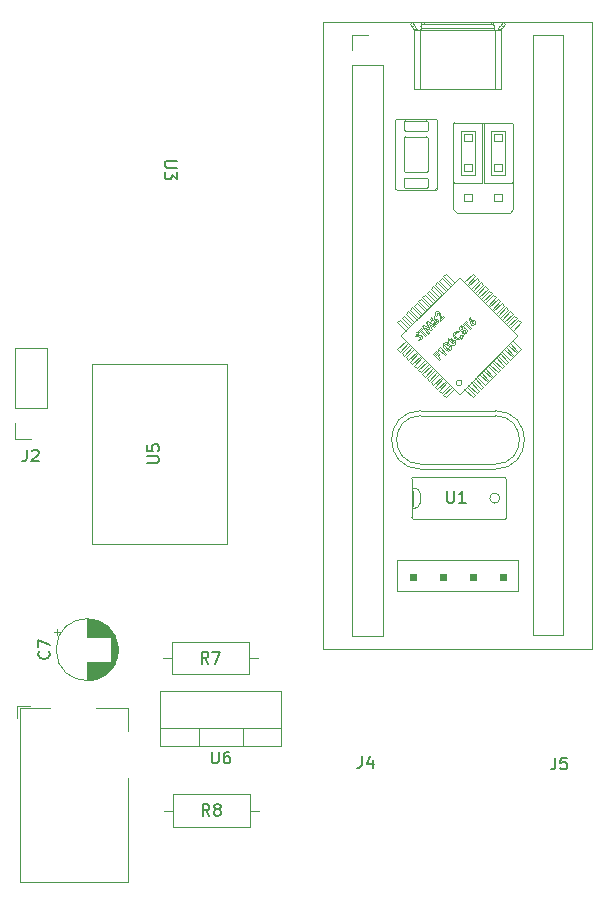
<source format=gbr>
G04 #@! TF.GenerationSoftware,KiCad,Pcbnew,(6.0.4)*
G04 #@! TF.CreationDate,2023-10-14T22:59:34+07:00*
G04 #@! TF.ProjectId,09-Prototype-Final-BugFixing,30392d50-726f-4746-9f74-7970652d4669,rev?*
G04 #@! TF.SameCoordinates,Original*
G04 #@! TF.FileFunction,Legend,Top*
G04 #@! TF.FilePolarity,Positive*
%FSLAX46Y46*%
G04 Gerber Fmt 4.6, Leading zero omitted, Abs format (unit mm)*
G04 Created by KiCad (PCBNEW (6.0.4)) date 2023-10-14 22:59:34*
%MOMM*%
%LPD*%
G01*
G04 APERTURE LIST*
%ADD10C,0.150000*%
%ADD11C,0.120000*%
%ADD12C,0.100000*%
G04 APERTURE END LIST*
D10*
G04 #@! TO.C,J5*
X196516666Y-102957380D02*
X196516666Y-103671666D01*
X196469047Y-103814523D01*
X196373809Y-103909761D01*
X196230952Y-103957380D01*
X196135714Y-103957380D01*
X197469047Y-102957380D02*
X196992857Y-102957380D01*
X196945238Y-103433571D01*
X196992857Y-103385952D01*
X197088095Y-103338333D01*
X197326190Y-103338333D01*
X197421428Y-103385952D01*
X197469047Y-103433571D01*
X197516666Y-103528809D01*
X197516666Y-103766904D01*
X197469047Y-103862142D01*
X197421428Y-103909761D01*
X197326190Y-103957380D01*
X197088095Y-103957380D01*
X196992857Y-103909761D01*
X196945238Y-103862142D01*
G04 #@! TO.C,R7*
X167143333Y-94992380D02*
X166810000Y-94516190D01*
X166571904Y-94992380D02*
X166571904Y-93992380D01*
X166952857Y-93992380D01*
X167048095Y-94040000D01*
X167095714Y-94087619D01*
X167143333Y-94182857D01*
X167143333Y-94325714D01*
X167095714Y-94420952D01*
X167048095Y-94468571D01*
X166952857Y-94516190D01*
X166571904Y-94516190D01*
X167476666Y-93992380D02*
X168143333Y-93992380D01*
X167714761Y-94992380D01*
G04 #@! TO.C,C7*
X153627142Y-93956666D02*
X153674761Y-94004285D01*
X153722380Y-94147142D01*
X153722380Y-94242380D01*
X153674761Y-94385238D01*
X153579523Y-94480476D01*
X153484285Y-94528095D01*
X153293809Y-94575714D01*
X153150952Y-94575714D01*
X152960476Y-94528095D01*
X152865238Y-94480476D01*
X152770000Y-94385238D01*
X152722380Y-94242380D01*
X152722380Y-94147142D01*
X152770000Y-94004285D01*
X152817619Y-93956666D01*
X152722380Y-93623333D02*
X152722380Y-92956666D01*
X153722380Y-93385238D01*
G04 #@! TO.C,J2*
X151771666Y-76877380D02*
X151771666Y-77591666D01*
X151724047Y-77734523D01*
X151628809Y-77829761D01*
X151485952Y-77877380D01*
X151390714Y-77877380D01*
X152200238Y-76972619D02*
X152247857Y-76925000D01*
X152343095Y-76877380D01*
X152581190Y-76877380D01*
X152676428Y-76925000D01*
X152724047Y-76972619D01*
X152771666Y-77067857D01*
X152771666Y-77163095D01*
X152724047Y-77305952D01*
X152152619Y-77877380D01*
X152771666Y-77877380D01*
G04 #@! TO.C,U5*
X161942380Y-78011904D02*
X162751904Y-78011904D01*
X162847142Y-77964285D01*
X162894761Y-77916666D01*
X162942380Y-77821428D01*
X162942380Y-77630952D01*
X162894761Y-77535714D01*
X162847142Y-77488095D01*
X162751904Y-77440476D01*
X161942380Y-77440476D01*
X161942380Y-76488095D02*
X161942380Y-76964285D01*
X162418571Y-77011904D01*
X162370952Y-76964285D01*
X162323333Y-76869047D01*
X162323333Y-76630952D01*
X162370952Y-76535714D01*
X162418571Y-76488095D01*
X162513809Y-76440476D01*
X162751904Y-76440476D01*
X162847142Y-76488095D01*
X162894761Y-76535714D01*
X162942380Y-76630952D01*
X162942380Y-76869047D01*
X162894761Y-76964285D01*
X162847142Y-77011904D01*
G04 #@! TO.C,U6*
X167428095Y-102447380D02*
X167428095Y-103256904D01*
X167475714Y-103352142D01*
X167523333Y-103399761D01*
X167618571Y-103447380D01*
X167809047Y-103447380D01*
X167904285Y-103399761D01*
X167951904Y-103352142D01*
X167999523Y-103256904D01*
X167999523Y-102447380D01*
X168904285Y-102447380D02*
X168713809Y-102447380D01*
X168618571Y-102495000D01*
X168570952Y-102542619D01*
X168475714Y-102685476D01*
X168428095Y-102875952D01*
X168428095Y-103256904D01*
X168475714Y-103352142D01*
X168523333Y-103399761D01*
X168618571Y-103447380D01*
X168809047Y-103447380D01*
X168904285Y-103399761D01*
X168951904Y-103352142D01*
X168999523Y-103256904D01*
X168999523Y-103018809D01*
X168951904Y-102923571D01*
X168904285Y-102875952D01*
X168809047Y-102828333D01*
X168618571Y-102828333D01*
X168523333Y-102875952D01*
X168475714Y-102923571D01*
X168428095Y-103018809D01*
G04 #@! TO.C,J4*
X180133666Y-102830380D02*
X180133666Y-103544666D01*
X180086047Y-103687523D01*
X179990809Y-103782761D01*
X179847952Y-103830380D01*
X179752714Y-103830380D01*
X181038428Y-103163714D02*
X181038428Y-103830380D01*
X180800333Y-102782761D02*
X180562238Y-103497047D01*
X181181285Y-103497047D01*
G04 #@! TO.C,U3*
X164437619Y-52428095D02*
X163628095Y-52428095D01*
X163532857Y-52475714D01*
X163485238Y-52523333D01*
X163437619Y-52618571D01*
X163437619Y-52809047D01*
X163485238Y-52904285D01*
X163532857Y-52951904D01*
X163628095Y-52999523D01*
X164437619Y-52999523D01*
X164437619Y-53380476D02*
X164437619Y-53999523D01*
X164056666Y-53666190D01*
X164056666Y-53809047D01*
X164009047Y-53904285D01*
X163961428Y-53951904D01*
X163866190Y-53999523D01*
X163628095Y-53999523D01*
X163532857Y-53951904D01*
X163485238Y-53904285D01*
X163437619Y-53809047D01*
X163437619Y-53523333D01*
X163485238Y-53428095D01*
X163532857Y-53380476D01*
G04 #@! TO.C,R8*
X167223333Y-107902380D02*
X166890000Y-107426190D01*
X166651904Y-107902380D02*
X166651904Y-106902380D01*
X167032857Y-106902380D01*
X167128095Y-106950000D01*
X167175714Y-106997619D01*
X167223333Y-107092857D01*
X167223333Y-107235714D01*
X167175714Y-107330952D01*
X167128095Y-107378571D01*
X167032857Y-107426190D01*
X166651904Y-107426190D01*
X167794761Y-107330952D02*
X167699523Y-107283333D01*
X167651904Y-107235714D01*
X167604285Y-107140476D01*
X167604285Y-107092857D01*
X167651904Y-106997619D01*
X167699523Y-106950000D01*
X167794761Y-106902380D01*
X167985238Y-106902380D01*
X168080476Y-106950000D01*
X168128095Y-106997619D01*
X168175714Y-107092857D01*
X168175714Y-107140476D01*
X168128095Y-107235714D01*
X168080476Y-107283333D01*
X167985238Y-107330952D01*
X167794761Y-107330952D01*
X167699523Y-107378571D01*
X167651904Y-107426190D01*
X167604285Y-107521428D01*
X167604285Y-107711904D01*
X167651904Y-107807142D01*
X167699523Y-107854761D01*
X167794761Y-107902380D01*
X167985238Y-107902380D01*
X168080476Y-107854761D01*
X168128095Y-107807142D01*
X168175714Y-107711904D01*
X168175714Y-107521428D01*
X168128095Y-107426190D01*
X168080476Y-107378571D01*
X167985238Y-107330952D01*
G04 #@! TO.C,U1*
X187341095Y-80378380D02*
X187341095Y-81187904D01*
X187388714Y-81283142D01*
X187436333Y-81330761D01*
X187531571Y-81378380D01*
X187722047Y-81378380D01*
X187817285Y-81330761D01*
X187864904Y-81283142D01*
X187912523Y-81187904D01*
X187912523Y-80378380D01*
X188912523Y-81378380D02*
X188341095Y-81378380D01*
X188626809Y-81378380D02*
X188626809Y-80378380D01*
X188531571Y-80521238D01*
X188436333Y-80616476D01*
X188341095Y-80664095D01*
D11*
G04 #@! TO.C,R7*
X164040000Y-93160000D02*
X164040000Y-95900000D01*
X170580000Y-93160000D02*
X164040000Y-93160000D01*
X163270000Y-94530000D02*
X164040000Y-94530000D01*
X170580000Y-95900000D02*
X170580000Y-93160000D01*
X171350000Y-94530000D02*
X170580000Y-94530000D01*
X164040000Y-95900000D02*
X170580000Y-95900000D01*
G04 #@! TO.C,C7*
X157585888Y-91330000D02*
X157585888Y-92770000D01*
X159385888Y-93133000D02*
X159385888Y-94487000D01*
X158345888Y-91688000D02*
X158345888Y-92770000D01*
X157224888Y-91254000D02*
X157224888Y-92770000D01*
X157064888Y-91237000D02*
X157064888Y-92770000D01*
X157344888Y-91274000D02*
X157344888Y-92770000D01*
X158465888Y-94850000D02*
X158465888Y-95845000D01*
X158665888Y-94850000D02*
X158665888Y-95674000D01*
X157625888Y-94850000D02*
X157625888Y-96278000D01*
X158065888Y-91520000D02*
X158065888Y-92770000D01*
X157184888Y-91249000D02*
X157184888Y-92770000D01*
X157424888Y-94850000D02*
X157424888Y-96330000D01*
X158625888Y-91909000D02*
X158625888Y-92770000D01*
X156904888Y-94850000D02*
X156904888Y-96390000D01*
X157825888Y-91412000D02*
X157825888Y-92770000D01*
X158305888Y-91661000D02*
X158305888Y-92770000D01*
X157945888Y-91462000D02*
X157945888Y-92770000D01*
X157304888Y-94850000D02*
X157304888Y-96353000D01*
X158705888Y-94850000D02*
X158705888Y-95636000D01*
X157705888Y-94850000D02*
X157705888Y-96252000D01*
X158745888Y-94850000D02*
X158745888Y-95595000D01*
X157144888Y-91245000D02*
X157144888Y-92770000D01*
X158905888Y-92205000D02*
X158905888Y-95415000D01*
X158145888Y-91563000D02*
X158145888Y-92770000D01*
X157985888Y-94850000D02*
X157985888Y-96139000D01*
X157224888Y-94850000D02*
X157224888Y-96366000D01*
X159105888Y-92491000D02*
X159105888Y-95129000D01*
X159465888Y-93526000D02*
X159465888Y-94094000D01*
X158225888Y-91610000D02*
X158225888Y-92770000D01*
X159425888Y-93292000D02*
X159425888Y-94328000D01*
X157785888Y-94850000D02*
X157785888Y-96224000D01*
X157104888Y-94850000D02*
X157104888Y-96379000D01*
X157865888Y-91428000D02*
X157865888Y-92770000D01*
X158785888Y-94850000D02*
X158785888Y-95553000D01*
X157104888Y-91241000D02*
X157104888Y-92770000D01*
X158425888Y-94850000D02*
X158425888Y-95875000D01*
X157024888Y-94850000D02*
X157024888Y-96386000D01*
X157745888Y-91382000D02*
X157745888Y-92770000D01*
X157705888Y-91368000D02*
X157705888Y-92770000D01*
X158745888Y-92025000D02*
X158745888Y-92770000D01*
X157464888Y-91299000D02*
X157464888Y-92770000D01*
X157544888Y-91319000D02*
X157544888Y-92770000D01*
X157024888Y-91234000D02*
X157024888Y-92770000D01*
X158625888Y-94850000D02*
X158625888Y-95711000D01*
X158545888Y-94850000D02*
X158545888Y-95781000D01*
X158585888Y-91873000D02*
X158585888Y-92770000D01*
X158945888Y-92256000D02*
X158945888Y-95364000D01*
X157424888Y-91290000D02*
X157424888Y-92770000D01*
X159345888Y-93005000D02*
X159345888Y-94615000D01*
X157504888Y-91309000D02*
X157504888Y-92770000D01*
X157384888Y-91282000D02*
X157384888Y-92770000D01*
X154310113Y-92085000D02*
X154310113Y-92585000D01*
X159185888Y-92632000D02*
X159185888Y-94988000D01*
X158265888Y-91635000D02*
X158265888Y-92770000D01*
X158065888Y-94850000D02*
X158065888Y-96100000D01*
X159145888Y-92559000D02*
X159145888Y-95061000D01*
X156984888Y-94850000D02*
X156984888Y-96388000D01*
X156904888Y-91230000D02*
X156904888Y-92770000D01*
X158825888Y-92111000D02*
X158825888Y-92770000D01*
X159225888Y-92712000D02*
X159225888Y-94908000D01*
X156864888Y-91230000D02*
X156864888Y-92770000D01*
X158545888Y-91839000D02*
X158545888Y-92770000D01*
X159265888Y-92799000D02*
X159265888Y-94821000D01*
X156984888Y-91232000D02*
X156984888Y-92770000D01*
X158505888Y-94850000D02*
X158505888Y-95814000D01*
X158385888Y-94850000D02*
X158385888Y-95905000D01*
X157745888Y-94850000D02*
X157745888Y-96238000D01*
X157865888Y-94850000D02*
X157865888Y-96192000D01*
X157785888Y-91396000D02*
X157785888Y-92770000D01*
X158785888Y-92067000D02*
X158785888Y-92770000D01*
X158265888Y-94850000D02*
X158265888Y-95985000D01*
X158825888Y-94850000D02*
X158825888Y-95509000D01*
X158025888Y-91500000D02*
X158025888Y-92770000D01*
X158505888Y-91806000D02*
X158505888Y-92770000D01*
X158225888Y-94850000D02*
X158225888Y-96010000D01*
X157264888Y-91260000D02*
X157264888Y-92770000D01*
X158345888Y-94850000D02*
X158345888Y-95932000D01*
X159065888Y-92427000D02*
X159065888Y-95193000D01*
X157144888Y-94850000D02*
X157144888Y-96375000D01*
X157585888Y-94850000D02*
X157585888Y-96290000D01*
X158025888Y-94850000D02*
X158025888Y-96120000D01*
X156944888Y-94850000D02*
X156944888Y-96389000D01*
X156944888Y-91231000D02*
X156944888Y-92770000D01*
X157544888Y-94850000D02*
X157544888Y-96301000D01*
X158305888Y-94850000D02*
X158305888Y-95959000D01*
X157985888Y-91481000D02*
X157985888Y-92770000D01*
X157184888Y-94850000D02*
X157184888Y-96371000D01*
X158425888Y-91745000D02*
X158425888Y-92770000D01*
X158865888Y-92157000D02*
X158865888Y-92770000D01*
X158185888Y-94850000D02*
X158185888Y-96034000D01*
X157905888Y-91445000D02*
X157905888Y-92770000D01*
X158465888Y-91775000D02*
X158465888Y-92770000D01*
X154060113Y-92335000D02*
X154560113Y-92335000D01*
X158145888Y-94850000D02*
X158145888Y-96057000D01*
X157905888Y-94850000D02*
X157905888Y-96175000D01*
X158385888Y-91715000D02*
X158385888Y-92770000D01*
X157264888Y-94850000D02*
X157264888Y-96360000D01*
X157625888Y-91342000D02*
X157625888Y-92770000D01*
X157064888Y-94850000D02*
X157064888Y-96383000D01*
X157304888Y-91267000D02*
X157304888Y-92770000D01*
X157825888Y-94850000D02*
X157825888Y-96208000D01*
X158585888Y-94850000D02*
X158585888Y-95747000D01*
X158865888Y-94850000D02*
X158865888Y-95463000D01*
X158665888Y-91946000D02*
X158665888Y-92770000D01*
X157665888Y-91355000D02*
X157665888Y-92770000D01*
X157504888Y-94850000D02*
X157504888Y-96311000D01*
X158185888Y-91586000D02*
X158185888Y-92770000D01*
X158985888Y-92310000D02*
X158985888Y-95310000D01*
X157665888Y-94850000D02*
X157665888Y-96265000D01*
X156864888Y-94850000D02*
X156864888Y-96390000D01*
X158705888Y-91984000D02*
X158705888Y-92770000D01*
X157384888Y-94850000D02*
X157384888Y-96338000D01*
X159025888Y-92367000D02*
X159025888Y-95253000D01*
X158105888Y-91542000D02*
X158105888Y-92770000D01*
X157945888Y-94850000D02*
X157945888Y-96158000D01*
X157344888Y-94850000D02*
X157344888Y-96346000D01*
X159305888Y-92895000D02*
X159305888Y-94725000D01*
X157464888Y-94850000D02*
X157464888Y-96321000D01*
X158105888Y-94850000D02*
X158105888Y-96078000D01*
X159484888Y-93810000D02*
G75*
G03*
X159484888Y-93810000I-2620000J0D01*
G01*
G04 #@! TO.C,J1*
X151160500Y-98764000D02*
X153760500Y-98764000D01*
X157660500Y-98764000D02*
X160360500Y-98764000D01*
X150960500Y-99614000D02*
X150960500Y-98564000D01*
X160360500Y-104664000D02*
X160360500Y-113464000D01*
X151160500Y-113464000D02*
X151160500Y-98764000D01*
X160360500Y-98764000D02*
X160360500Y-100664000D01*
X152010500Y-98564000D02*
X150960500Y-98564000D01*
X160360500Y-113464000D02*
X151160500Y-113464000D01*
G04 #@! TO.C,J2*
X153435000Y-68245000D02*
X150775000Y-68245000D01*
X150775000Y-75985000D02*
X150775000Y-74655000D01*
X152105000Y-75985000D02*
X150775000Y-75985000D01*
X153435000Y-73385000D02*
X150775000Y-73385000D01*
X153435000Y-73385000D02*
X153435000Y-68245000D01*
X150775000Y-73385000D02*
X150775000Y-68245000D01*
G04 #@! TO.C,U5*
X157240000Y-84870000D02*
X168740000Y-84870000D01*
X168740000Y-84870000D02*
X168740000Y-69630000D01*
X168740000Y-69630000D02*
X157240000Y-69630000D01*
X157240000Y-69630000D02*
X157240000Y-84870000D01*
G04 #@! TO.C,U6*
X173310000Y-97354000D02*
X163070000Y-97354000D01*
X173310000Y-101995000D02*
X163070000Y-101995000D01*
X166339000Y-101995000D02*
X166339000Y-100485000D01*
X163070000Y-101995000D02*
X163070000Y-97354000D01*
X170040000Y-101995000D02*
X170040000Y-100485000D01*
X173310000Y-100485000D02*
X163070000Y-100485000D01*
X173310000Y-101995000D02*
X173310000Y-97354000D01*
G04 #@! TO.C,R8*
X164120000Y-108810000D02*
X170660000Y-108810000D01*
X164120000Y-106070000D02*
X164120000Y-108810000D01*
X170660000Y-108810000D02*
X170660000Y-106070000D01*
X170660000Y-106070000D02*
X164120000Y-106070000D01*
X163350000Y-107440000D02*
X164120000Y-107440000D01*
X171430000Y-107440000D02*
X170660000Y-107440000D01*
G04 #@! TO.C,U1*
X186215137Y-65785506D02*
X186208399Y-65762842D01*
X184943623Y-67493210D02*
X185034185Y-67503743D01*
X191080000Y-40710000D02*
X185380000Y-40710000D01*
X188314498Y-72128324D02*
X188414498Y-72128324D01*
X187217609Y-67790244D02*
X187282570Y-67804603D01*
X197120000Y-41810000D02*
X197120000Y-92610000D01*
X192324296Y-69632739D02*
X191617189Y-68925632D01*
X186210222Y-65832287D02*
X186215137Y-65785506D01*
X192889981Y-65390099D02*
X192182874Y-66097205D01*
X184437100Y-82732807D02*
X184437718Y-82732809D01*
X187151348Y-67794728D02*
X187217609Y-67790244D01*
X186532489Y-68977539D02*
X186770458Y-69215508D01*
X187398459Y-67869465D02*
X187498174Y-67957886D01*
X185688125Y-65987209D02*
X186308118Y-66427875D01*
X187142815Y-68323232D02*
X187030801Y-68191107D01*
X189448198Y-50141801D02*
X189448198Y-50778198D01*
X193264245Y-67178576D02*
X193264245Y-67278576D01*
X187498174Y-67957886D02*
X187586220Y-68057084D01*
X193243534Y-65743652D02*
X193031402Y-65531520D01*
X186705335Y-65599978D02*
X186690050Y-65448478D01*
X179280000Y-92670000D02*
X179280000Y-44350000D01*
X191804857Y-41025241D02*
X192082612Y-40710000D01*
X192889981Y-69067054D02*
X192677849Y-69279186D01*
X193243534Y-65743652D02*
X192536428Y-66450759D01*
X192237718Y-82732809D02*
X192238337Y-82732807D01*
X184758253Y-64470860D02*
X185465360Y-65177967D01*
X190768661Y-71188374D02*
X190061554Y-70481267D01*
X187666884Y-68236539D02*
X187664126Y-68302564D01*
X186408451Y-65928751D02*
X186348152Y-65933606D01*
X192536428Y-69420607D02*
X191829321Y-68713500D01*
X191070000Y-53600000D02*
X191070000Y-49860000D01*
X187923649Y-67744246D02*
X187899139Y-67726296D01*
X191988198Y-53318198D02*
X191351801Y-53318198D01*
X191926410Y-46360000D02*
X184533589Y-46360000D01*
X187923649Y-67744246D02*
X187899139Y-67726296D01*
X187142815Y-68323232D02*
X187030801Y-68191107D01*
X189708000Y-72249034D02*
X189495868Y-72461166D01*
X189295368Y-65688154D02*
X189384607Y-65962243D01*
X193370000Y-86200000D02*
X183090000Y-86200000D01*
X192270000Y-53600000D02*
X191070000Y-53600000D01*
X188769394Y-66346286D02*
X188674207Y-66251099D01*
X187486026Y-68482241D02*
X187420594Y-68487266D01*
X183717533Y-53282277D02*
X183717533Y-50482277D01*
X188959769Y-65965536D02*
X189054956Y-66060724D01*
X185981761Y-65951938D02*
X185941271Y-65880832D01*
X187651233Y-68172190D02*
X187666884Y-68236539D01*
X187639035Y-68363696D02*
X187597717Y-68415445D01*
X187597717Y-68415445D02*
X187546418Y-68456557D01*
X185952015Y-66783979D02*
X185507418Y-66558652D01*
X189495868Y-72461166D02*
X188788762Y-71754060D01*
X189448198Y-53318198D02*
X188811801Y-53318198D01*
X186472298Y-65387327D02*
X186475551Y-65439758D01*
X187233127Y-72461166D02*
X187940233Y-71754060D01*
X184444188Y-81823851D02*
X184630774Y-81823851D01*
X192102215Y-41060469D02*
X191917340Y-40897578D01*
X187523777Y-68226132D02*
X187465817Y-68122677D01*
X187402987Y-68053074D02*
X187281389Y-67952563D01*
X184758253Y-64470860D02*
X184546121Y-64682992D01*
X185111806Y-70339846D02*
X185818913Y-69632739D01*
X187089733Y-67819572D02*
X187151348Y-67794728D01*
X187134953Y-67953531D02*
X187112581Y-67987552D01*
X188165003Y-66956234D02*
X188070255Y-67018229D01*
X193031402Y-68925632D02*
X192324296Y-68218526D01*
X183697593Y-65531520D02*
X184404700Y-66238627D01*
X191430000Y-41360000D02*
X191426410Y-41359936D01*
X192840000Y-54270000D02*
X190500000Y-54270000D01*
X187207089Y-67927809D02*
X187168056Y-67932479D01*
X187859000Y-50311170D02*
X187859000Y-50345124D01*
X192940000Y-54570000D02*
X192940000Y-54170000D01*
X184846311Y-66829023D02*
X185131874Y-66543460D01*
X191475767Y-70481267D02*
X191263635Y-70693399D01*
X190415107Y-62915225D02*
X190202975Y-62703093D01*
X185128398Y-67214959D02*
X185198483Y-67262784D01*
X184404700Y-64824413D02*
X185111806Y-65531520D01*
X184546121Y-64682992D02*
X185253228Y-65390099D01*
X189708000Y-72249034D02*
X189000894Y-71541928D01*
X186497112Y-65341400D02*
X186472298Y-65387327D01*
X185928962Y-65817762D02*
X185949459Y-65717095D01*
X192337718Y-79332809D02*
X192337718Y-82632809D01*
X187020995Y-72249034D02*
X187728101Y-71541928D01*
X187411266Y-67505259D02*
X187458654Y-67439455D01*
X184538513Y-41359669D02*
X184540103Y-41360000D01*
X186879573Y-72107613D02*
X186667441Y-71895481D01*
X184910159Y-67627174D02*
X184943623Y-67493210D01*
X193597088Y-68359947D02*
X192889981Y-67652840D01*
X187233127Y-61995986D02*
X187940233Y-62703093D01*
X191122214Y-70834821D02*
X190910082Y-71046953D01*
X186335315Y-68780365D02*
X186437301Y-68882352D01*
X191351801Y-55858198D02*
X191351801Y-55221801D01*
X187390769Y-67605926D02*
X187411266Y-67505259D01*
X188811801Y-50141801D02*
X189448198Y-50141801D01*
X187151348Y-67794728D02*
X187217609Y-67790244D01*
X185253228Y-70481267D02*
X185960334Y-69774161D01*
X184830755Y-67206718D02*
X184892524Y-67203080D01*
X191122214Y-63622332D02*
X190910082Y-63410200D01*
X189298449Y-66129140D02*
X189168416Y-65729692D01*
X186076949Y-65856751D02*
X185981761Y-65951938D01*
X185253228Y-63975885D02*
X185960334Y-64682992D01*
X192640000Y-56810000D02*
X192940000Y-56510000D01*
X191988198Y-55221801D02*
X191988198Y-55858198D01*
X190202975Y-71754060D02*
X189495868Y-71046953D01*
X187672029Y-67620451D02*
X187676944Y-67573670D01*
X193597088Y-66097205D02*
X193384956Y-65885073D01*
X184752080Y-67206692D02*
X184830755Y-67206718D01*
X186695667Y-68814361D02*
X186532489Y-68977539D01*
X187133847Y-68103989D02*
X187239064Y-68229107D01*
X185131874Y-66733835D02*
X185567016Y-67168978D01*
X187860000Y-54170000D02*
X187860000Y-54570000D01*
X187390769Y-67605926D02*
X187411266Y-67505259D01*
X191351801Y-53318198D02*
X191351801Y-52681801D01*
X186467533Y-54782277D02*
X186467533Y-48982277D01*
X187978786Y-66919323D02*
X188152176Y-66815568D01*
X187860000Y-54570000D02*
X187860000Y-56510000D01*
X186498493Y-68617187D02*
X186335315Y-68780365D01*
X191263635Y-63763753D02*
X190556529Y-64470860D01*
X186372017Y-48882378D02*
X186367533Y-48882277D01*
X189299724Y-66686241D02*
X188864581Y-66251099D01*
X187133847Y-68103989D02*
X187239064Y-68229107D01*
X186437301Y-68882352D02*
X186600480Y-68719173D01*
X190061554Y-71895481D02*
X189849422Y-72107613D01*
X189730000Y-53600000D02*
X188530000Y-53600000D01*
X191122214Y-70834821D02*
X190415107Y-70127714D01*
X186555330Y-68369976D02*
X186702466Y-68222839D01*
X184770728Y-41260000D02*
X184515072Y-41260000D01*
X188654872Y-67034058D02*
X188592608Y-66925031D01*
X179280000Y-43080000D02*
X179280000Y-41750000D01*
X191988198Y-52681801D02*
X191988198Y-53318198D01*
X187651233Y-68172190D02*
X187666884Y-68236539D01*
X191475767Y-70481267D02*
X190768661Y-69774161D01*
X190768661Y-63268778D02*
X190556529Y-63056646D01*
X191070000Y-49860000D02*
X192270000Y-49860000D01*
X188520483Y-67148049D02*
X188659227Y-67151449D01*
X183344039Y-68572079D02*
X184051146Y-67864972D01*
X187546418Y-68456557D02*
X187486026Y-68482241D01*
X190300000Y-54270000D02*
X190300000Y-49201400D01*
X191988198Y-50778198D02*
X191351801Y-50778198D01*
X187586220Y-68057084D02*
X187651233Y-68172190D01*
X185606781Y-63622332D02*
X186313888Y-64329438D01*
X187432121Y-68348209D02*
X187470038Y-68341859D01*
X193243534Y-68713500D02*
X193031402Y-68925632D01*
X185617533Y-54732277D02*
X183817533Y-54732277D01*
X188864581Y-66251099D02*
X188769394Y-66346286D01*
X185949459Y-65717095D02*
X185996847Y-65651290D01*
X187282570Y-67804603D02*
X187398459Y-67869465D01*
X192238666Y-82732804D02*
X192237718Y-82732809D01*
X192238337Y-79232811D02*
X192237718Y-79232809D01*
X187465817Y-68122677D02*
X187402987Y-68053074D01*
X185507418Y-66558652D02*
X185785862Y-66950132D01*
X186313888Y-71541928D02*
X187020995Y-70834821D01*
X185617533Y-53382277D02*
X183817533Y-53382277D01*
X185130000Y-40914789D02*
X185130000Y-41260000D01*
X191617189Y-64117306D02*
X190910082Y-64824413D01*
X187241315Y-68410602D02*
X187142815Y-68323232D01*
X187117212Y-65618782D02*
X186763658Y-65972336D01*
X186705335Y-65599978D02*
X186690050Y-65448478D01*
X185949459Y-65717095D02*
X185996847Y-65651290D01*
X188592608Y-66925031D02*
X188589112Y-66825729D01*
X192082612Y-40710000D02*
X192267487Y-40872892D01*
X183697593Y-68925632D02*
X183485461Y-68713500D01*
X187546418Y-68456557D02*
X187486026Y-68482241D01*
X186472298Y-65387327D02*
X186475551Y-65439758D01*
X193384956Y-68572079D02*
X192677849Y-67864972D01*
X186308118Y-66427875D02*
X186211762Y-66524231D01*
X184899674Y-64329438D02*
X185606781Y-65036545D01*
X187538756Y-67644915D02*
X187443569Y-67740102D01*
X186526020Y-71754060D02*
X187233127Y-71046953D01*
X188811801Y-55858198D02*
X188811801Y-55221801D01*
X187860000Y-54170000D02*
X187860000Y-49290000D01*
X191919896Y-41360000D02*
X191430000Y-41360000D01*
X188589112Y-66825729D02*
X188496495Y-66803372D01*
X186461842Y-65956081D02*
X186437332Y-65938131D01*
X187586220Y-68057084D02*
X187651233Y-68172190D01*
X186600480Y-68719173D02*
X186695667Y-68814361D01*
X187241315Y-68410602D02*
X187142815Y-68323232D01*
X191926410Y-41354425D02*
X191926410Y-46360000D01*
X190202975Y-62703093D02*
X189495868Y-63410200D01*
X184717872Y-67190119D02*
X184735741Y-67202121D01*
X186246927Y-65999532D02*
X186158538Y-65911144D01*
X186982776Y-67943010D02*
X187037429Y-67860680D01*
X185347426Y-66327907D02*
X185838343Y-66576818D01*
X185981761Y-65951938D02*
X185941271Y-65880832D01*
X185030774Y-80541767D02*
X185030774Y-81423851D01*
X186879573Y-62349539D02*
X186667441Y-62561671D01*
X185818913Y-71046953D02*
X185606781Y-70834821D01*
X183131907Y-68359947D02*
X183839014Y-67652840D01*
X192536428Y-65036545D02*
X191829321Y-65743652D01*
X188152176Y-66815568D02*
X188310667Y-66798639D01*
X185928962Y-65817762D02*
X185949459Y-65717095D01*
X188496495Y-66803372D02*
X188435282Y-66760075D01*
X194580000Y-41810000D02*
X197120000Y-41810000D01*
X186403306Y-68521999D02*
X186498493Y-68617187D01*
X186974537Y-68067840D02*
X186982776Y-67943010D01*
X192270000Y-49860000D02*
X192270000Y-53600000D01*
X191680011Y-46370000D02*
X184779988Y-46370000D01*
X190061554Y-62561671D02*
X189849422Y-62349539D01*
X186208399Y-65762842D02*
X186194871Y-65743503D01*
X185128398Y-67214959D02*
X185198483Y-67262784D01*
X187281389Y-67952563D02*
X187207089Y-67927809D01*
X184404700Y-69632739D02*
X184192568Y-69420607D01*
X187037429Y-67860680D02*
X187089733Y-67819572D01*
X191351801Y-50141801D02*
X191988198Y-50141801D01*
X186208399Y-65762842D02*
X186194871Y-65743503D01*
X188742729Y-66455603D02*
X188792435Y-66535782D01*
X187666884Y-68236539D02*
X187664126Y-68302564D01*
X185034185Y-67503743D02*
X185068932Y-67494597D01*
X191829321Y-64329438D02*
X191617189Y-64117306D01*
X192182874Y-69774161D02*
X191475767Y-69067054D01*
X185227061Y-66638648D02*
X185131874Y-66733835D01*
X188792435Y-66535782D02*
X188805514Y-66609327D01*
X183697593Y-68925632D02*
X184404700Y-68218526D01*
X189849422Y-72107613D02*
X189142315Y-71400506D01*
X191617189Y-70339846D02*
X190910082Y-69632739D01*
X188307586Y-66935152D02*
X188165003Y-66956234D01*
X185818913Y-63410200D02*
X185606781Y-63622332D01*
X186526020Y-62703093D02*
X186313888Y-62915225D01*
X191080000Y-40853395D02*
X185380000Y-40853395D01*
X186879573Y-62349539D02*
X187586680Y-63056646D01*
X186348152Y-65933606D02*
X186246927Y-65999532D01*
X187670206Y-67551006D02*
X187656678Y-67531667D01*
X187358762Y-68326368D02*
X187432121Y-68348209D01*
X192536428Y-69420607D02*
X192324296Y-69632739D01*
X186702466Y-68222839D02*
X187232797Y-68753169D01*
X191351801Y-50778198D02*
X191351801Y-50141801D01*
X190061554Y-71895481D02*
X189354447Y-71188374D01*
X187899139Y-67726296D02*
X187870258Y-67716916D01*
X187358762Y-68326368D02*
X187432121Y-68348209D01*
X185590282Y-66085052D02*
X185688125Y-65987209D01*
X184964997Y-67198084D02*
X185022026Y-67195962D01*
X187233127Y-61995986D02*
X187020995Y-62208118D01*
X188496495Y-66803372D02*
X188435282Y-66760075D01*
X188592608Y-66925031D02*
X188589112Y-66825729D01*
X185036686Y-66829023D02*
X184941499Y-66924210D01*
X185837718Y-79222809D02*
X185337718Y-79222809D01*
X185617533Y-49882277D02*
X183817533Y-49882277D01*
X176855000Y-93785000D02*
X176855000Y-40635000D01*
X184192512Y-40872892D02*
X184471166Y-41189153D01*
X187870258Y-67716916D02*
X187809959Y-67721770D01*
X191988198Y-50141801D02*
X191988198Y-50778198D01*
X191426410Y-41359936D02*
X191426410Y-46370000D01*
X192182874Y-64682992D02*
X191970742Y-64470860D01*
X188654872Y-67034058D02*
X188592608Y-66925031D01*
X187028823Y-65530394D02*
X187117212Y-65618782D01*
X193370000Y-88860000D02*
X193370000Y-86200000D01*
X186348152Y-65933606D02*
X186246927Y-65999532D01*
X188530000Y-53600000D02*
X188530000Y-49860000D01*
X192267487Y-40872892D02*
X191988833Y-41189153D01*
X184540103Y-41360000D02*
X185030000Y-41360000D01*
X187037429Y-67860680D02*
X187089733Y-67819572D01*
X191988198Y-55858198D02*
X191351801Y-55858198D01*
X186461842Y-65956081D02*
X186437332Y-65938131D01*
X191829321Y-70127714D02*
X191122214Y-69420607D01*
X190500000Y-49201400D02*
X190500000Y-54270000D01*
X185022026Y-67195962D02*
X185128398Y-67214959D01*
X187403079Y-67668996D02*
X187390769Y-67605926D01*
X181940000Y-92670000D02*
X179280000Y-92670000D01*
X193384956Y-65885073D02*
X192677849Y-66592180D01*
X192889981Y-65390099D02*
X192677849Y-65177967D01*
X191926410Y-41354425D02*
X191926427Y-41351500D01*
X187402987Y-68053074D02*
X187281389Y-67952563D01*
X187960000Y-49190000D02*
X192840000Y-49190000D01*
X185960334Y-63268778D02*
X186667441Y-63975885D01*
X193597088Y-68359947D02*
X193384956Y-68572079D01*
X184892524Y-67203080D02*
X184964997Y-67198084D01*
X186518891Y-65509996D02*
X186423703Y-65605184D01*
X187356271Y-68473761D02*
X187241315Y-68410602D01*
X192889981Y-69067054D02*
X192182874Y-68359947D01*
X199605000Y-40635000D02*
X199605000Y-93785000D01*
X189394912Y-66591054D02*
X189299724Y-66686241D01*
X187106047Y-68027725D02*
X187133847Y-68103989D01*
X187239064Y-68229107D02*
X187358762Y-68326368D01*
X179280000Y-44350000D02*
X181940000Y-44350000D01*
X183344039Y-65885073D02*
X184051146Y-66592180D01*
X190837718Y-79222809D02*
X191337718Y-79222809D01*
X188811801Y-52681801D02*
X189448198Y-52681801D01*
X186526020Y-71754060D02*
X186313888Y-71541928D01*
X184964997Y-67198084D02*
X185022026Y-67195962D01*
X186437332Y-65938131D02*
X186408451Y-65928751D01*
X190061554Y-62561671D02*
X189354447Y-63268778D01*
X187620345Y-67699308D02*
X187672029Y-67620451D01*
X185111806Y-64117306D02*
X184899674Y-64329438D01*
X189327659Y-66207483D02*
X189298449Y-66129140D01*
X188674207Y-66251099D02*
X188959769Y-65965536D01*
X185838343Y-66576818D02*
X185590282Y-66085052D01*
X186408451Y-65928751D02*
X186348152Y-65933606D01*
X183464750Y-67278576D02*
X183464750Y-67178576D01*
X193264245Y-67278576D02*
X188414498Y-72128324D01*
X188310667Y-66798639D02*
X188307586Y-66935152D01*
X185033589Y-41359936D02*
X185033589Y-46370000D01*
X185030000Y-41360000D02*
X185033589Y-41359936D01*
X184758253Y-69986293D02*
X185465360Y-69279186D01*
X188811801Y-50778198D02*
X188811801Y-50141801D01*
X186667441Y-62561671D02*
X187374548Y-63268778D01*
X187106047Y-68027725D02*
X187133847Y-68103989D01*
X187112581Y-67987552D02*
X187106047Y-68027725D01*
X184533589Y-41354425D02*
X184533589Y-46360000D01*
X186172467Y-71400506D02*
X186879573Y-70693399D01*
X187207089Y-67927809D02*
X187168056Y-67932479D01*
X186879573Y-72107613D02*
X187586680Y-71400506D01*
X192324296Y-64824413D02*
X191617189Y-65531520D01*
X187523777Y-68226132D02*
X187465817Y-68122677D01*
X185785862Y-66950132D02*
X185689400Y-67046594D01*
X186211762Y-66524231D02*
X185820177Y-66245893D01*
X187672029Y-67620451D02*
X187676944Y-67573670D01*
X187134953Y-67953531D02*
X187112581Y-67987552D01*
X187443569Y-67740102D02*
X187403079Y-67668996D01*
X186475551Y-65439758D02*
X186518891Y-65509996D01*
X185567016Y-67168978D02*
X185471829Y-67264165D01*
X187020995Y-62208118D02*
X187728101Y-62915225D01*
X187654341Y-68005267D02*
X187749528Y-67910080D01*
X186690050Y-65448478D02*
X186637025Y-65342569D01*
X187470038Y-68341859D02*
X187502105Y-68320682D01*
X190556529Y-71400506D02*
X189849422Y-70693399D01*
X185717533Y-50482277D02*
X185717533Y-53282277D01*
X187664126Y-68302564D02*
X187639035Y-68363696D01*
X191122214Y-63622332D02*
X190415107Y-64329438D01*
X185717533Y-49782277D02*
X185617533Y-49882277D01*
X185606781Y-70834821D02*
X186313888Y-70127714D01*
X185689400Y-67046594D02*
X185248627Y-66426707D01*
X185941271Y-65880832D02*
X185928962Y-65817762D01*
X185022026Y-67195962D02*
X185128398Y-67214959D01*
X187217609Y-67790244D02*
X187282570Y-67804603D01*
X187030801Y-68191107D02*
X186974537Y-68067840D01*
X188742729Y-66455603D02*
X188792435Y-66535782D01*
X183090000Y-86200000D02*
X183090000Y-88860000D01*
X185818913Y-71046953D02*
X186526020Y-70339846D01*
X184051146Y-69279186D02*
X184758253Y-68572079D01*
X188530000Y-49860000D02*
X189730000Y-49860000D01*
X191475767Y-63975885D02*
X191263635Y-63763753D01*
X185131874Y-66543460D02*
X185227061Y-66638648D01*
X184943623Y-67493210D02*
X185034185Y-67503743D01*
X187486026Y-68482241D02*
X187420594Y-68487266D01*
X184862778Y-66954275D02*
X184856722Y-67090576D01*
X191970742Y-69986293D02*
X191263635Y-69279186D01*
X187420594Y-68487266D02*
X187356271Y-68473761D01*
X187030801Y-68191107D02*
X186974537Y-68067840D01*
X186695667Y-68406415D02*
X186586882Y-68515200D01*
X187670206Y-67551006D02*
X187656678Y-67531667D01*
X186586882Y-68515200D02*
X186555330Y-68369976D01*
X188625512Y-67349237D02*
X188534825Y-67478337D01*
X187137609Y-68848356D02*
X186695667Y-68406415D01*
X189448198Y-52681801D02*
X189448198Y-53318198D01*
X184192568Y-69420607D02*
X184899674Y-68713500D01*
X184337720Y-79332190D02*
X184337718Y-79332809D01*
X183717533Y-54632277D02*
X183717533Y-53982277D01*
X186215137Y-65785506D02*
X186208399Y-65762842D01*
X185465360Y-63763753D02*
X185253228Y-63975885D01*
X184892524Y-67203080D02*
X184964997Y-67198084D01*
X186974537Y-68067840D02*
X186982776Y-67943010D01*
X185111806Y-64117306D02*
X185818913Y-64824413D01*
X185117950Y-78527588D02*
X191417950Y-78527588D01*
X187809959Y-67721770D02*
X187708734Y-67787696D01*
X191689271Y-41260000D02*
X191944927Y-41260000D01*
X184192568Y-65036545D02*
X184899674Y-65743652D01*
X199605000Y-93785000D02*
X176855000Y-93785000D01*
X186437332Y-65938131D02*
X186408451Y-65928751D01*
X184533572Y-41351500D02*
X184538513Y-41359669D01*
X184051146Y-65177967D02*
X184758253Y-65885073D01*
X186497112Y-65341400D02*
X186472298Y-65387327D01*
X184357784Y-41060469D02*
X184542659Y-40897578D01*
X185960334Y-71188374D02*
X186667441Y-70481267D01*
X188659227Y-67151449D02*
X188625512Y-67349237D01*
X184051146Y-65177967D02*
X183839014Y-65390099D01*
X184830755Y-67206718D02*
X184892524Y-67203080D01*
X187708734Y-67787696D02*
X187620345Y-67699308D01*
X187620345Y-67699308D02*
X187672029Y-67620451D01*
X184051146Y-69279186D02*
X183839014Y-69067054D01*
X186763658Y-65972336D02*
X186715427Y-65924104D01*
X183485461Y-65743652D02*
X184192568Y-66450759D01*
X184546121Y-69774161D02*
X185253228Y-69067054D01*
X186192534Y-66217103D02*
X186287721Y-66121916D01*
X185068932Y-67494597D02*
X185098515Y-67474300D01*
X187089733Y-67819572D02*
X187151348Y-67794728D01*
X186172467Y-63056646D02*
X186879573Y-63763753D01*
X185471829Y-67264165D02*
X185036686Y-66829023D01*
X185068932Y-67494597D02*
X185098515Y-67474300D01*
X187239064Y-68229107D02*
X187358762Y-68326368D01*
X190556529Y-63056646D02*
X189849422Y-63763753D01*
X186158538Y-65911144D02*
X186210222Y-65832287D01*
X191080000Y-40853395D02*
X191080000Y-40710000D01*
X184717872Y-67190119D02*
X184735741Y-67202121D01*
X187809959Y-67721770D02*
X187708734Y-67787696D01*
X191970742Y-64470860D02*
X191263635Y-65177967D01*
X197120000Y-92610000D02*
X194580000Y-92610000D01*
X184941499Y-66924210D02*
X184846311Y-66829023D01*
X184752080Y-67206692D02*
X184830755Y-67206718D01*
X187860000Y-56510000D02*
X188160000Y-56810000D01*
X188659227Y-67151449D02*
X188625512Y-67349237D01*
X186715427Y-65924104D02*
X186705335Y-65599978D01*
X185818913Y-63410200D02*
X186526020Y-64117306D01*
X181940000Y-44350000D02*
X181940000Y-92670000D01*
X189448198Y-55858198D02*
X188811801Y-55858198D01*
X187639035Y-68363696D02*
X187597717Y-68415445D01*
X190910082Y-71046953D02*
X190202975Y-70339846D01*
X190910082Y-63410200D02*
X190202975Y-64117306D01*
X190415107Y-71541928D02*
X189708000Y-70834821D01*
X185034185Y-67503743D02*
X185068932Y-67494597D01*
X186172467Y-71400506D02*
X185960334Y-71188374D01*
X189054956Y-66060724D02*
X188959769Y-66155911D01*
X190415107Y-71541928D02*
X190202975Y-71754060D01*
X186158538Y-65911144D02*
X186210222Y-65832287D01*
X191475767Y-63975885D02*
X190768661Y-64682992D01*
X190768661Y-71188374D02*
X190556529Y-71400506D01*
X191829321Y-64329438D02*
X191122214Y-65036545D01*
X184735741Y-67202121D02*
X184752080Y-67206692D01*
X186044866Y-66691128D02*
X185952015Y-66783979D01*
X183697593Y-65531520D02*
X183485461Y-65743652D01*
X189849422Y-62349539D02*
X189142315Y-63056646D01*
X187597717Y-68415445D02*
X187546418Y-68456557D01*
X187870258Y-67716916D02*
X187809959Y-67721770D01*
X188152176Y-66815568D02*
X188310667Y-66798639D01*
X191417950Y-78102588D02*
X185117950Y-78102588D01*
X185465360Y-70693399D02*
X185253228Y-70481267D01*
X189708000Y-62208118D02*
X189000894Y-62915225D01*
X187664126Y-68302564D02*
X187639035Y-68363696D01*
X187859000Y-49582003D02*
X187859000Y-49771106D01*
X184421800Y-81623851D02*
X184421800Y-80341767D01*
X185117950Y-74002588D02*
X191417950Y-74002588D01*
X182967533Y-48982277D02*
X182967533Y-54782277D01*
X184404700Y-69632739D02*
X185111806Y-68925632D01*
X188959769Y-66155911D02*
X189394912Y-66591054D01*
X187859000Y-50394503D02*
X187859000Y-50439375D01*
X190768661Y-63268778D02*
X190061554Y-63975885D01*
X188314498Y-62328829D02*
X183464750Y-67178576D01*
X184437718Y-82732809D02*
X192237718Y-82732809D01*
X191921486Y-41359669D02*
X191919896Y-41360000D01*
X192182874Y-64682992D02*
X191475767Y-65390099D01*
X187899139Y-67726296D02*
X187870258Y-67716916D01*
X186770458Y-69215508D02*
X186675270Y-69310695D01*
X187420594Y-68487266D02*
X187356271Y-68473761D01*
X187432121Y-68348209D02*
X187470038Y-68341859D01*
X189448198Y-50778198D02*
X188811801Y-50778198D01*
X187112581Y-67987552D02*
X187106047Y-68027725D01*
X192536428Y-65036545D02*
X192324296Y-64824413D01*
X183839014Y-65390099D02*
X184546121Y-66097205D01*
X190415107Y-62915225D02*
X189708000Y-63622332D01*
X186526020Y-62703093D02*
X187233127Y-63410200D01*
X193597088Y-66097205D02*
X192889981Y-66804312D01*
X185380000Y-40853395D02*
X185380000Y-40710000D01*
X184337718Y-79332809D02*
X184337718Y-82632809D01*
X187356271Y-68473761D02*
X187241315Y-68410602D01*
X188811801Y-55221801D02*
X189448198Y-55221801D01*
X176855000Y-40635000D02*
X199605000Y-40635000D01*
X187676944Y-67573670D02*
X187670206Y-67551006D01*
X193243534Y-68713500D02*
X192536428Y-68006394D01*
X189168416Y-65729692D02*
X189295368Y-65688154D01*
X186690050Y-65448478D02*
X186637025Y-65342569D01*
X183344039Y-65885073D02*
X183131907Y-66097205D01*
X188792435Y-66535782D02*
X188805514Y-66609327D01*
X184779988Y-41360000D02*
X184779988Y-41355785D01*
X185130000Y-41195431D02*
X191330000Y-41195431D01*
X191680011Y-41360000D02*
X191680011Y-41355785D01*
X184630774Y-80141767D02*
X184444188Y-80141767D01*
X186675270Y-69310695D02*
X186144940Y-68780365D01*
X184735741Y-67202121D02*
X184752080Y-67206692D01*
X187233127Y-72461166D02*
X187020995Y-72249034D01*
X187282570Y-67804603D02*
X187398459Y-67869465D01*
X184437718Y-79232809D02*
X184437100Y-79232811D01*
X183464750Y-67278576D02*
X188314498Y-72128324D01*
X189941472Y-49189000D02*
X189752369Y-49189000D01*
X188307586Y-66935152D02*
X188165003Y-66956234D01*
X183817533Y-53882277D02*
X185617533Y-53882277D01*
X185111806Y-70339846D02*
X184899674Y-70127714D01*
X185941271Y-65880832D02*
X185928962Y-65817762D01*
X184377387Y-40710000D02*
X184192512Y-40872892D01*
X186144940Y-68780365D02*
X186403306Y-68521999D01*
X189495868Y-61995986D02*
X188788762Y-62703093D01*
X187470038Y-68341859D02*
X187502105Y-68320682D01*
X187676944Y-67573670D02*
X187670206Y-67551006D01*
X183090000Y-88860000D02*
X193370000Y-88860000D01*
X186667441Y-71895481D02*
X187374548Y-71188374D01*
X184899674Y-70127714D02*
X185606781Y-69420607D01*
X186313888Y-62915225D02*
X187020995Y-63622332D01*
X192940000Y-49290000D02*
X192940000Y-54170000D01*
X188414498Y-62328829D02*
X188314498Y-62328829D01*
X191829321Y-70127714D02*
X191617189Y-70339846D01*
X187498174Y-67957886D02*
X187586220Y-68057084D01*
X183839014Y-69067054D02*
X184546121Y-68359947D01*
X192182874Y-69774161D02*
X191970742Y-69986293D01*
X191351801Y-52681801D02*
X191988198Y-52681801D01*
X185465360Y-70693399D02*
X186172467Y-69986293D01*
X184437718Y-79232809D02*
X192237718Y-79232809D01*
X193264245Y-67178576D02*
X188414498Y-62328829D01*
X187978786Y-66919323D02*
X188152176Y-66815568D01*
X187398459Y-67869465D02*
X187498174Y-67957886D01*
X188589112Y-66825729D02*
X188496495Y-66803372D01*
X189385457Y-66296037D02*
X189327659Y-66207483D01*
X191368464Y-41338825D02*
X185091535Y-41338825D01*
X186475551Y-65439758D02*
X186518891Y-65509996D01*
X191351801Y-55221801D02*
X191988198Y-55221801D01*
X187168056Y-67932479D02*
X187134953Y-67953531D01*
X186850347Y-65708870D02*
X187028823Y-65530394D01*
X192677849Y-69279186D02*
X191970742Y-68572079D01*
X183817533Y-50382277D02*
X185617533Y-50382277D01*
X185717533Y-53982277D02*
X185717533Y-54632277D01*
X183717533Y-49782277D02*
X183717533Y-49132277D01*
X186172467Y-63056646D02*
X185960334Y-63268778D01*
X189708000Y-62208118D02*
X189495868Y-61995986D01*
X192337718Y-79332809D02*
X192337717Y-79332190D01*
X191263635Y-70693399D02*
X190556529Y-69986293D01*
X188165003Y-66956234D02*
X188070255Y-67018229D01*
X185820177Y-66245893D02*
X186044866Y-66691128D01*
X191330000Y-40914789D02*
X191330000Y-41260000D01*
X183131907Y-66097205D02*
X183839014Y-66804312D01*
X187411266Y-67505259D02*
X187458654Y-67439455D01*
X186367533Y-48882277D02*
X183067533Y-48882277D01*
X179280000Y-41750000D02*
X180610000Y-41750000D01*
X194580000Y-92610000D02*
X194580000Y-41810000D01*
X185717533Y-49132277D02*
X185717533Y-49782277D01*
X188811801Y-53318198D02*
X188811801Y-52681801D01*
X185465360Y-63763753D02*
X186172467Y-64470860D01*
X193031402Y-65531520D02*
X192324296Y-66238627D01*
X186982776Y-67943010D02*
X187037429Y-67860680D01*
X189730000Y-49860000D02*
X189730000Y-53600000D01*
X188160000Y-56810000D02*
X192640000Y-56810000D01*
X191417950Y-73577588D02*
X185117950Y-73577588D01*
X189385457Y-66296037D02*
X189327659Y-66207483D01*
X183344039Y-68572079D02*
X183131907Y-68359947D01*
X187443569Y-67740102D02*
X187403079Y-67668996D01*
X185248627Y-66426707D02*
X185347426Y-66327907D01*
X184655142Y-41025241D02*
X184377387Y-40710000D01*
X187403079Y-67668996D02*
X187390769Y-67605926D01*
X187465817Y-68122677D02*
X187402987Y-68053074D01*
X184404700Y-64824413D02*
X184192568Y-65036545D01*
X187281389Y-67952563D02*
X187207089Y-67927809D01*
X186210222Y-65832287D02*
X186215137Y-65785506D01*
X187168056Y-67932479D02*
X187134953Y-67953531D01*
X183067533Y-54882277D02*
X186367533Y-54882277D01*
X188625512Y-67349237D02*
X188534825Y-67478337D01*
X192940000Y-56510000D02*
X192940000Y-54570000D01*
X189448198Y-55221801D02*
X189448198Y-55858198D01*
X184758253Y-69986293D02*
X184546121Y-69774161D01*
X190300000Y-54270000D02*
X187960000Y-54270000D01*
X189327659Y-66207483D02*
X189298449Y-66129140D01*
X192677849Y-65177967D02*
X191970742Y-65885073D01*
X183817533Y-49032277D02*
X185617533Y-49032277D01*
X191926427Y-41351500D02*
X191921486Y-41359669D01*
X184533589Y-41354425D02*
X184533572Y-41351500D01*
X187232797Y-68753169D02*
X187137609Y-68848356D01*
X186842273Y-65590098D02*
X186850347Y-65708870D01*
X183485461Y-68713500D02*
X184192568Y-68006394D01*
X188537247Y-66671706D02*
G75*
G03*
X188657421Y-66675831I62053J55206D01*
G01*
X185033589Y-41359936D02*
G75*
G03*
X185130000Y-41260001I-3589J99936D01*
G01*
X183067533Y-48882283D02*
G75*
G03*
X182967533Y-48982277I57J-100057D01*
G01*
X187978795Y-66919332D02*
G75*
G03*
X187979849Y-67474087I268405J-276868D01*
G01*
X189611930Y-66060212D02*
G75*
G03*
X189468427Y-66055200I-74130J-65588D01*
G01*
X187917577Y-67905174D02*
G75*
G03*
X187923649Y-67744245I-74077J83374D01*
G01*
X187860000Y-54170000D02*
G75*
G03*
X187960000Y-54270000I100000J0D01*
G01*
X187749481Y-67910131D02*
G75*
G03*
X187917593Y-67905193I81519J88831D01*
G01*
X186467523Y-48982277D02*
G75*
G03*
X186367533Y-48882277I-100023J-23D01*
G01*
X191330055Y-41058177D02*
G75*
G03*
X191080000Y-40853395I-229455J-25123D01*
G01*
X184627255Y-67289871D02*
G75*
G03*
X184947023Y-67342355I211145J286071D01*
G01*
X187656656Y-67531689D02*
G75*
G03*
X187553204Y-67535280I-50056J-49911D01*
G01*
X184726051Y-67112459D02*
G75*
G03*
X184717872Y-67190119I34949J-42941D01*
G01*
X188439219Y-67383580D02*
G75*
G03*
X188520483Y-67148049I-207219J203280D01*
G01*
X184444188Y-80141767D02*
G75*
G03*
X184421800Y-80341767I441112J-150633D01*
G01*
X188533271Y-66555292D02*
G75*
G03*
X188537268Y-66671688I57029J-56308D01*
G01*
X184630774Y-81823854D02*
G75*
G03*
X185030774Y-81423851I-4J400004D01*
G01*
X187979843Y-67474092D02*
G75*
G03*
X188534825Y-67478337I279457J254892D01*
G01*
X186545769Y-66217423D02*
G75*
G03*
X186557986Y-65861851I-164639J183653D01*
G01*
X188074825Y-67378686D02*
G75*
G03*
X188439213Y-67383574I184475J167586D01*
G01*
X184862778Y-66954273D02*
G75*
G03*
X184631927Y-67016211I-55578J-254027D01*
G01*
X186091389Y-65747108D02*
G75*
G03*
X186076949Y-65856751I66211J-64492D01*
G01*
X189475989Y-66196158D02*
G75*
G03*
X189618326Y-66204461I75311J66858D01*
G01*
X189385467Y-66296027D02*
G75*
G03*
X189715320Y-66297843I165833J163727D01*
G01*
X184856707Y-67090618D02*
G75*
G03*
X184726052Y-67112461I-45907J-127082D01*
G01*
X188998436Y-67014719D02*
G75*
G03*
X189015224Y-66673706I-145226J178069D01*
G01*
X191329999Y-41260000D02*
G75*
G03*
X191426410Y-41359937I100001J0D01*
G01*
X188654891Y-67034039D02*
G75*
G03*
X188998438Y-67014722I163509J156639D01*
G01*
X184631923Y-67016206D02*
G75*
G03*
X184627252Y-67289874I131837J-139124D01*
G01*
X183817533Y-53882333D02*
G75*
G03*
X183717533Y-53982277I-33J-99967D01*
G01*
X186284003Y-65642260D02*
G75*
G03*
X185996846Y-65651290I-139153J-145250D01*
G01*
X183817533Y-50382333D02*
G75*
G03*
X183717533Y-50482277I-33J-99967D01*
G01*
X183717523Y-54632277D02*
G75*
G03*
X183817533Y-54732277I99977J-23D01*
G01*
X185617533Y-53382333D02*
G75*
G03*
X185717533Y-53282277I-33J100033D01*
G01*
X185717523Y-53982277D02*
G75*
G03*
X185617533Y-53882277I-100023J-23D01*
G01*
X185380000Y-40709999D02*
G75*
G03*
X185129999Y-40914788I-20520J-229941D01*
G01*
X188440401Y-66457750D02*
G75*
G03*
X188435282Y-66760076I138399J-153550D01*
G01*
X185030773Y-80541767D02*
G75*
G03*
X184630774Y-80141767I-399933J67D01*
G01*
X192238337Y-82732816D02*
G75*
G03*
X192337716Y-82633428I-637J100016D01*
G01*
X188913509Y-66762462D02*
G75*
G03*
X188753884Y-66769744I-76309J-80438D01*
G01*
X188657465Y-66675874D02*
G75*
G03*
X188652109Y-66555359I-58565J57774D01*
G01*
X185117950Y-73577588D02*
G75*
G03*
X185117950Y-78527588I0J-2475000D01*
G01*
X188753869Y-66769726D02*
G75*
G03*
X188741454Y-66930265I72731J-86374D01*
G01*
X188019788Y-67650018D02*
G75*
G03*
X187785968Y-67612513I-141088J-131982D01*
G01*
X185117950Y-74002588D02*
G75*
G03*
X185117950Y-78102588I0J-2050000D01*
G01*
X187960000Y-49190000D02*
G75*
G03*
X187860000Y-49290000I0J-100000D01*
G01*
X191804866Y-41025249D02*
G75*
G03*
X191680011Y-41355785I375134J-330551D01*
G01*
X189468382Y-66055158D02*
G75*
G03*
X189475971Y-66196174I71918J-66842D01*
G01*
X186557983Y-65861853D02*
G75*
G03*
X186324161Y-65824349I-141083J-131947D01*
G01*
X188070256Y-67018230D02*
G75*
G03*
X188074823Y-67378688I176644J-178020D01*
G01*
X186194857Y-65743517D02*
G75*
G03*
X186091397Y-65747116I-50057J-49883D01*
G01*
X188652085Y-66555381D02*
G75*
G03*
X188533231Y-66555253I-59485J-54019D01*
G01*
X192840000Y-54269999D02*
G75*
G03*
X192939999Y-54170000I0J99999D01*
G01*
X184421810Y-81623852D02*
G75*
G03*
X184444188Y-81823851I445090J-51448D01*
G01*
X191417950Y-78102592D02*
G75*
G03*
X191417950Y-74002588I0J2050002D01*
G01*
X187553216Y-67535291D02*
G75*
G03*
X187538756Y-67644915I66284J-64509D01*
G01*
X184780033Y-41355785D02*
G75*
G03*
X184655142Y-41025241I-500433J-215D01*
G01*
X185717523Y-49132277D02*
G75*
G03*
X185617533Y-49032277I-100023J-23D01*
G01*
X186842277Y-65590098D02*
G75*
G03*
X186725520Y-65240688I-513577J22598D01*
G01*
X187654329Y-68005278D02*
G75*
G03*
X188007575Y-68005586I176771J169378D01*
G01*
X187785962Y-67612511D02*
G75*
G03*
X187745810Y-67430425I-162162J59711D01*
G01*
X186192530Y-66217107D02*
G75*
G03*
X186545769Y-66217421I176770J169307D01*
G01*
X185380000Y-40853397D02*
G75*
G03*
X185130000Y-41058182I-20510J-229953D01*
G01*
X186407334Y-65240785D02*
G75*
G03*
X186423703Y-65605184I179266J-174515D01*
G01*
X188742773Y-66455561D02*
G75*
G03*
X188440381Y-66457727I-150173J-143939D01*
G01*
X186287768Y-66121865D02*
G75*
G03*
X186455786Y-66117029I81532J88465D01*
G01*
X186324121Y-65824335D02*
G75*
G03*
X186284003Y-65642261I-162121J59735D01*
G01*
X189618277Y-66204415D02*
G75*
G03*
X189611952Y-66060192I-73777J69015D01*
G01*
X185717523Y-50482277D02*
G75*
G03*
X185617533Y-50382277I-100023J-23D01*
G01*
X189715334Y-66297858D02*
G75*
G03*
X189712558Y-65970423I-161834J162358D01*
G01*
X187502104Y-68320681D02*
G75*
G03*
X187523776Y-68226132I-65104J64681D01*
G01*
X189015219Y-66673711D02*
G75*
G03*
X188805515Y-66609327I-163519J-158889D01*
G01*
X189712555Y-65970425D02*
G75*
G03*
X189384607Y-65962243I-167955J-155475D01*
G01*
X184533553Y-41351500D02*
G75*
G03*
X184471166Y-41189153I-249453J-2700D01*
G01*
X183717523Y-53282277D02*
G75*
G03*
X183817533Y-53382277I99977J-23D01*
G01*
X186725538Y-65240671D02*
G75*
G03*
X186407342Y-65240794I-159038J-156129D01*
G01*
X185108819Y-67363497D02*
G75*
G03*
X184947023Y-67342355I-106219J-183203D01*
G01*
X187745761Y-67430476D02*
G75*
G03*
X187458655Y-67439455I-139161J-144924D01*
G01*
X184910141Y-67627216D02*
G75*
G03*
X185190198Y-67572993I100859J229416D01*
G01*
X183717523Y-49782277D02*
G75*
G03*
X183817533Y-49882277I99977J-23D01*
G01*
X186367533Y-54882333D02*
G75*
G03*
X186467533Y-54782277I-33J100033D01*
G01*
X192337690Y-79332190D02*
G75*
G03*
X192238337Y-79232810I-99990J-610D01*
G01*
X185617533Y-54732333D02*
G75*
G03*
X185717533Y-54632277I-33J100033D01*
G01*
X184337693Y-82633428D02*
G75*
G03*
X184437099Y-82732807I100007J628D01*
G01*
X184437100Y-79232820D02*
G75*
G03*
X184337720Y-79332189I600J-99980D01*
G01*
X186455805Y-66117051D02*
G75*
G03*
X186461842Y-65956082I-73405J83351D01*
G01*
X191988822Y-41189144D02*
G75*
G03*
X191926427Y-41351500I187578J-165256D01*
G01*
X185098521Y-67474307D02*
G75*
G03*
X185108820Y-67363497I-50821J60607D01*
G01*
X191417950Y-78527592D02*
G75*
G03*
X191417950Y-73577588I0J2475002D01*
G01*
X192940000Y-49290000D02*
G75*
G03*
X192840000Y-49190000I-100000J0D01*
G01*
X188007573Y-68005583D02*
G75*
G03*
X188019792Y-67650015I-164673J183653D01*
G01*
X183817533Y-49032333D02*
G75*
G03*
X183717533Y-49132277I-33J-99967D01*
G01*
X188741457Y-66930262D02*
G75*
G03*
X188902295Y-66920491I75743J81862D01*
G01*
X191330049Y-40914783D02*
G75*
G03*
X191080000Y-40710001I-229449J-25117D01*
G01*
X188902315Y-66920517D02*
G75*
G03*
X188913557Y-66762413I-65615J84117D01*
G01*
X186637000Y-65342592D02*
G75*
G03*
X186497113Y-65341400I-70500J-64708D01*
G01*
X182967523Y-54782277D02*
G75*
G03*
X183067533Y-54882277I99977J-23D01*
G01*
X185190200Y-67572996D02*
G75*
G03*
X185198483Y-67262785I-140060J158956D01*
G01*
X188614498Y-71228576D02*
G75*
G03*
X188614498Y-71228576I-250000J0D01*
G01*
X191815021Y-80982809D02*
G75*
G03*
X191815021Y-80982809I-425876J0D01*
G01*
G36*
X192301620Y-87883060D02*
G01*
X191793620Y-87883060D01*
X191793620Y-87375060D01*
X192301620Y-87375060D01*
X192301620Y-87883060D01*
G37*
D12*
X192301620Y-87883060D02*
X191793620Y-87883060D01*
X191793620Y-87375060D01*
X192301620Y-87375060D01*
X192301620Y-87883060D01*
G36*
X187221620Y-87883060D02*
G01*
X186713620Y-87883060D01*
X186713620Y-87375060D01*
X187221620Y-87375060D01*
X187221620Y-87883060D01*
G37*
X187221620Y-87883060D02*
X186713620Y-87883060D01*
X186713620Y-87375060D01*
X187221620Y-87375060D01*
X187221620Y-87883060D01*
G36*
X189761620Y-87883060D02*
G01*
X189253620Y-87883060D01*
X189253620Y-87375060D01*
X189761620Y-87375060D01*
X189761620Y-87883060D01*
G37*
X189761620Y-87883060D02*
X189253620Y-87883060D01*
X189253620Y-87375060D01*
X189761620Y-87375060D01*
X189761620Y-87883060D01*
G36*
X184681620Y-87883060D02*
G01*
X184173620Y-87883060D01*
X184173620Y-87375060D01*
X184681620Y-87375060D01*
X184681620Y-87883060D01*
G37*
X184681620Y-87883060D02*
X184173620Y-87883060D01*
X184173620Y-87375060D01*
X184681620Y-87375060D01*
X184681620Y-87883060D01*
G04 #@! TD*
M02*

</source>
